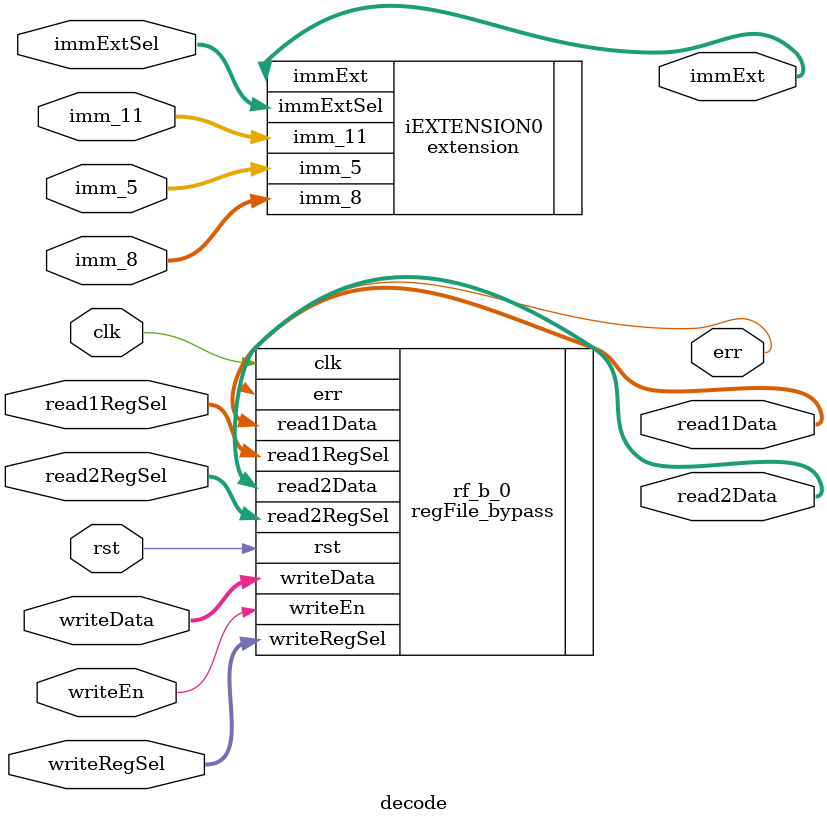
<source format=v>
/*
   CS/ECE 552 Spring '22
  
   Filename        : decode.v
   Description     : This is the module for the overall decode stage of the processor.
*/
`default_nettype none
module decode (/* TODO: Add appropriate inputs/outputs for your decode stage here*/
                // Inputs
                clk, rst, read1RegSel, read2RegSel, writeRegSel, writeData, writeEn, imm_5, imm_8, imm_11, immExtSel,
                // Outputs
                read1Data, read2Data, err, immExt
                );
                
    // TODO: Your code here
    input        clk, rst;
    input [2:0]  read1RegSel;
    input [2:0]  read2RegSel;
    input [2:0]  writeRegSel;
    input [15:0] writeData;
    input        writeEn;
    input [4:0]  imm_5;
    input [7:0]  imm_8;
    input [10:0] imm_11;
    input [2:0]  immExtSel;

    output [15:0] read1Data;
    output [15:0] read2Data;
    output        err;
    output [15:0] immExt;
    
    
    // bypass register file
    regFile_bypass rf_b_0(
                         // Outputs
                         .read1Data                    (read1Data[15:0]),
                         .read2Data                    (read2Data[15:0]),
                         .err                          (err),
                         // Inputs
                         .clk                          (clk),
                         .rst                          (rst),
                         .read1RegSel                  (read1RegSel[2:0]),
                         .read2RegSel                  (read2RegSel[2:0]),
                         .writeRegSel                  (writeRegSel[2:0]),
                         .writeData                    (writeData[15:0]),
                         .writeEn                      (writeEn));
    
    // register file with no bypass, not sure if we're using it or not.
    // regFile iRF0(
                // // Outputs
                // .read1Data                    (read1Data[15:0]),
                // .read2Data                    (reg_out[1]),
                // .err                          (err),
                // // Inputs
                // .clk                          (clk),
                // .rst                          (rst),
                // .read1RegSel                  (read1RegSel[2:0]),
                // .read2RegSel                  (read2RegSel[2:0]),
                // .writeRegSel                  (writeRegSel[2:0]),
                // .writeData                    (writeData[15:0]),
                // .writeEn                      (writeEn));
                
    // zero/sign-extension module
    extension iEXTENSION0(.imm_5(imm_5), .imm_8(imm_8), .imm_11(imm_11), .immExtSel(immExtSel), . immExt(immExt));
   
endmodule
`default_nettype wire

</source>
